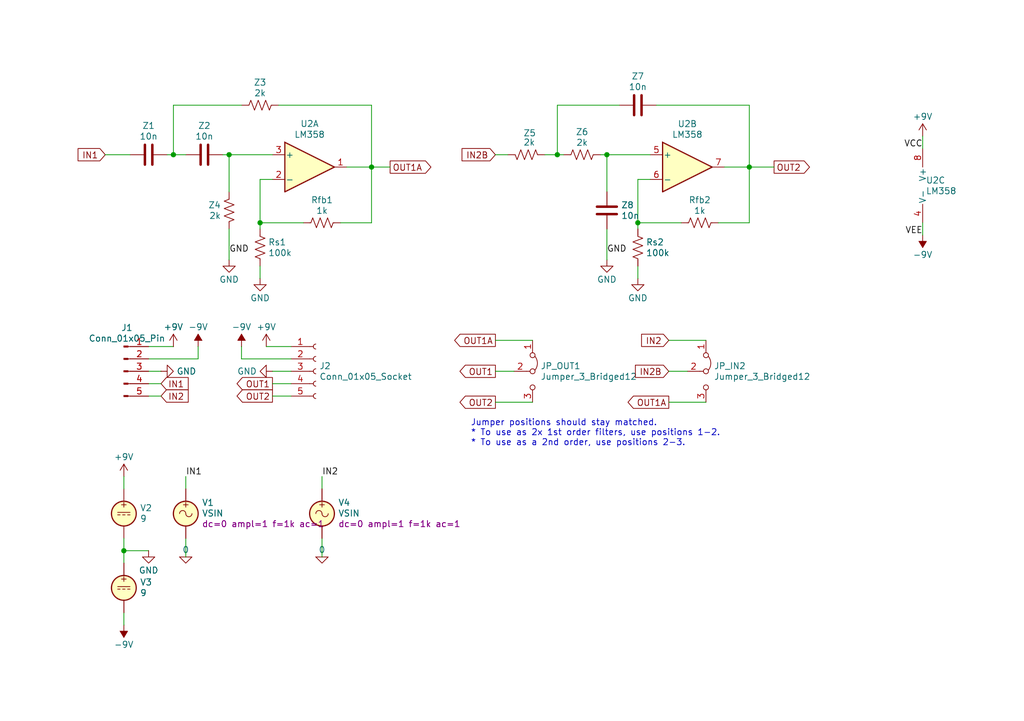
<source format=kicad_sch>
(kicad_sch (version 20231120) (generator "eeschema") (generator_version "8.0")
  (paper "A5")
  (title_block (title "Sallen-Key-Stage, v1.0") (date "2024-08-17") (rev "v1.0") (company "Jacob Miller"))
  (lib_symbols
    (symbol "Amplifier_Operational:LM358" (pin_names (offset 0.127))
      (property "Reference" "U" (at 0 5.08 0))
      (property "Value" "LM358" (at 0 -5.08 0))
      (symbol "LM358_1_1"
        (polyline (pts (xy -5.08 5.08) (xy 5.08 0) (xy -5.08 -5.08) (xy -5.08 5.08)) (stroke (width 0.254)) (fill (type background)))
        (pin output line (at 7.62 0 180) (length 2.54) (name "~") (number "1"))
        (pin input line (at -7.62 -2.54 0) (length 2.54) (name "-") (number "2"))
        (pin input line (at -7.62 2.54 0) (length 2.54) (name "+") (number "3"))
      )
      (symbol "LM358_2_1"
        (polyline (pts (xy -5.08 5.08) (xy 5.08 0) (xy -5.08 -5.08) (xy -5.08 5.08)) (stroke (width 0.254)) (fill (type background)))
        (pin input line (at -7.62 2.54 0) (length 2.54) (name "+") (number "5"))
        (pin input line (at -7.62 -2.54 0) (length 2.54) (name "-") (number "6"))
        (pin output line (at 7.62 0 180) (length 2.54) (name "~") (number "7"))
      )
      (symbol "LM358_3_1"
        (pin power_in line (at -2.54 -7.62 90) (length 3.81) (name "V-") (number "4"))
        (pin power_in line (at -2.54 7.62 270) (length 3.81) (name "V+") (number "8"))
      )
    )
    (symbol "Connector:Conn_01x05_Pin" (pin_names (offset 1.016) hide)
      (property "Reference" "J" (at 0 7.62 0))
      (property "Value" "Conn_01x05_Pin" (at 0 -7.62 0))
      (symbol "Conn_01x05_Pin_1_1"
        (polyline (pts (xy 1.27 -5.08) (xy 0.8636 -5.08)) (stroke (width 0.1524)))
        (polyline (pts (xy 1.27 -2.54) (xy 0.8636 -2.54)) (stroke (width 0.1524)))
        (polyline (pts (xy 1.27 0) (xy 0.8636 0)) (stroke (width 0.1524)))
        (polyline (pts (xy 1.27 2.54) (xy 0.8636 2.54)) (stroke (width 0.1524)))
        (polyline (pts (xy 1.27 5.08) (xy 0.8636 5.08)) (stroke (width 0.1524)))
        (rectangle (start 0.8636 -4.953) (end 0 -5.207) (stroke (width 0.1524)) (fill (type outline)))
        (rectangle (start 0.8636 -2.413) (end 0 -2.667) (stroke (width 0.1524)) (fill (type outline)))
        (rectangle (start 0.8636 0.127) (end 0 -0.127) (stroke (width 0.1524)) (fill (type outline)))
        (rectangle (start 0.8636 2.667) (end 0 2.413) (stroke (width 0.1524)) (fill (type outline)))
        (rectangle (start 0.8636 5.207) (end 0 4.953) (stroke (width 0.1524)) (fill (type outline)))
        (pin passive line (at 5.08 5.08 180) (length 3.81) (name "Pin_1") (number "1"))
        (pin passive line (at 5.08 2.54 180) (length 3.81) (name "Pin_2") (number "2"))
        (pin passive line (at 5.08 0 180) (length 3.81) (name "Pin_3") (number "3"))
        (pin passive line (at 5.08 -2.54 180) (length 3.81) (name "Pin_4") (number "4"))
        (pin passive line (at 5.08 -5.08 180) (length 3.81) (name "Pin_5") (number "5"))
      )
    )
    (symbol "Connector:Conn_01x05_Socket" (pin_names (offset 1.016) hide)
      (property "Reference" "J" (at 0 7.62 0))
      (property "Value" "Conn_01x05_Socket" (at 0 -7.62 0))
      (symbol "Conn_01x05_Socket_1_1"
        (arc (start 0 -4.572) (mid -0.5058 -5.08) (end 0 -5.588) (stroke (width 0.1524)))
        (arc (start 0 -2.032) (mid -0.5058 -2.54) (end 0 -3.048) (stroke (width 0.1524)))
        (polyline (pts (xy -1.27 -5.08) (xy -0.508 -5.08)) (stroke (width 0.1524)))
        (polyline (pts (xy -1.27 -2.54) (xy -0.508 -2.54)) (stroke (width 0.1524)))
        (polyline (pts (xy -1.27 0) (xy -0.508 0)) (stroke (width 0.1524)))
        (polyline (pts (xy -1.27 2.54) (xy -0.508 2.54)) (stroke (width 0.1524)))
        (polyline (pts (xy -1.27 5.08) (xy -0.508 5.08)) (stroke (width 0.1524)))
        (arc (start 0 0.508) (mid -0.5058 0) (end 0 -0.508) (stroke (width 0.1524)))
        (arc (start 0 3.048) (mid -0.5058 2.54) (end 0 2.032) (stroke (width 0.1524)))
        (arc (start 0 5.588) (mid -0.5058 5.08) (end 0 4.572) (stroke (width 0.1524)))
        (pin passive line (at -5.08 5.08 0) (length 3.81) (name "Pin_1") (number "1"))
        (pin passive line (at -5.08 2.54 0) (length 3.81) (name "Pin_2") (number "2"))
        (pin passive line (at -5.08 0 0) (length 3.81) (name "Pin_3") (number "3"))
        (pin passive line (at -5.08 -2.54 0) (length 3.81) (name "Pin_4") (number "4"))
        (pin passive line (at -5.08 -5.08 0) (length 3.81) (name "Pin_5") (number "5"))
      )
    )
    (symbol "Device:C" (pin_numbers hide) (pin_names (offset 0.254))
      (property "Reference" "C" (at 0.635 2.54 0))
      (property "Value" "C" (at 0.635 -2.54 0))
      (symbol "C_0_1"
        (polyline (pts (xy -2.032 -0.762) (xy 2.032 -0.762)) (stroke (width 0.508)))
        (polyline (pts (xy -2.032 0.762) (xy 2.032 0.762)) (stroke (width 0.508)))
      )
      (symbol "C_1_1"
        (pin passive line (at 0 3.81 270) (length 2.794) (name "~") (number "1"))
        (pin passive line (at 0 -3.81 90) (length 2.794) (name "~") (number "2"))
      )
    )
    (symbol "Device:R_US" (pin_numbers hide) (pin_names (offset 0))
      (property "Reference" "R" (at 2.54 0 90))
      (property "Value" "R_US" (at -2.54 0 90))
      (symbol "R_US_0_1"
        (polyline (pts (xy 0 -2.286) (xy 0 -2.54)))
        (polyline (pts (xy 0 2.286) (xy 0 2.54)))
        (polyline (pts (xy 0 -0.762) (xy 1.016 -1.143) (xy 0 -1.524) (xy -1.016 -1.905) (xy 0 -2.286)))
        (polyline (pts (xy 0 0.762) (xy 1.016 0.381) (xy 0 0) (xy -1.016 -0.381) (xy 0 -0.762)))
        (polyline (pts (xy 0 2.286) (xy 1.016 1.905) (xy 0 1.524) (xy -1.016 1.143) (xy 0 0.762)))
      )
      (symbol "R_US_1_1"
        (pin passive line (at 0 3.81 270) (length 1.27) (name "~") (number "1"))
        (pin passive line (at 0 -3.81 90) (length 1.27) (name "~") (number "2"))
      )
    )
    (symbol "Jumper:Jumper_3_Bridged12" (pin_names (offset 0) hide) (exclude_from_sim yes) (in_bom no)
      (property "Reference" "JP" (at -2.54 -2.54 0))
      (property "Value" "Jumper_3_Bridged12" (at 0 2.794 0))
      (symbol "Jumper_3_Bridged12_0_0"
        (circle (center -3.302 0) (radius 0.508))
        (circle (center 0 0) (radius 0.508))
        (circle (center 3.302 0) (radius 0.508))
      )
      (symbol "Jumper_3_Bridged12_0_1"
        (arc (start -0.254 0.508) (mid -1.651 0.9912) (end -3.048 0.508))
        (polyline (pts (xy 0 -1.27) (xy 0 -0.508)))
      )
      (symbol "Jumper_3_Bridged12_1_1"
        (pin passive line (at -6.35 0 0) (length 2.54) (name "A") (number "1"))
        (pin passive line (at 0 -3.81 90) (length 2.54) (name "C") (number "2"))
        (pin passive line (at 6.35 0 180) (length 2.54) (name "B") (number "3"))
      )
    )
    (symbol "Simulation_SPICE:0" (power) (pin_numbers hide) (pin_names (offset 0) hide)
      (property "Value" "0" (at 0 -2.54 0))
      (symbol "0_0_1"
        (polyline (pts (xy -1.27 0) (xy 0 -1.27) (xy 1.27 0) (xy -1.27 0)))
      )
      (symbol "0_1_1"
        (pin power_in line (at 0 0 0) (length 0) (name "~") (number "1"))
      )
    )
    (symbol "Simulation_SPICE:VDC" (pin_numbers hide) (pin_names (offset 0.0254))
      (property "Reference" "V" (at 2.54 2.54 0))
      (property "Value" "1" (at 2.54 0 0))
      (symbol "VDC_0_0"
        (polyline (pts (xy -1.27 0.254) (xy 1.27 0.254)))
        (polyline (pts (xy -0.762 -0.254) (xy -1.27 -0.254)))
        (polyline (pts (xy 0.254 -0.254) (xy -0.254 -0.254)))
        (polyline (pts (xy 1.27 -0.254) (xy 0.762 -0.254)))
        (text "+" (at 0 1.905 0) (effects (font (size 1.27 1.27))))
      )
      (symbol "VDC_0_1"
        (circle (center 0 0) (radius 2.54) (stroke (width 0.254)) (fill (type background)))
      )
      (symbol "VDC_1_1"
        (pin passive line (at 0 5.08 270) (length 2.54) (name "~") (number "1"))
        (pin passive line (at 0 -5.08 90) (length 2.54) (name "~") (number "2"))
      )
    )
    (symbol "Simulation_SPICE:VSIN" (pin_numbers hide) (pin_names (offset 0.0254))
      (property "Reference" "V" (at 2.54 2.54 0))
      (property "Value" "VSIN" (at 2.54 0 0))
      (property "Sim.Params" "dc=0 ampl=1 f=1k ac=1" (at 2.54 -2.54 0))
      (symbol "VSIN_0_0"
        (arc (start 0 0) (mid -0.635 0.6323) (end -1.27 0))
        (arc (start 0 0) (mid 0.635 -0.6323) (end 1.27 0))
        (text "+" (at 0 1.905 0) (effects (font (size 1.27 1.27))))
      )
      (symbol "VSIN_0_1"
        (circle (center 0 0) (radius 2.54) (stroke (width 0.254)) (fill (type background)))
      )
      (symbol "VSIN_1_1"
        (pin passive line (at 0 5.08 270) (length 2.54) (name "~") (number "1"))
        (pin passive line (at 0 -5.08 90) (length 2.54) (name "~") (number "2"))
      )
    )
    (symbol "power:+9V" (power) (pin_numbers hide) (pin_names (offset 0) hide)
      (property "Value" "+9V" (at 0 3.556 0))
      (symbol "+9V_0_1"
        (polyline (pts (xy -0.762 1.27) (xy 0 2.54)))
        (polyline (pts (xy 0 0) (xy 0 2.54)))
        (polyline (pts (xy 0 2.54) (xy 0.762 1.27)))
      )
      (symbol "+9V_1_1"
        (pin power_in line (at 0 0 90) (length 0) (name "~") (number "1"))
      )
    )
    (symbol "power:-9V" (power) (pin_numbers hide) (pin_names (offset 0) hide)
      (property "Value" "-9V" (at 0 3.556 0))
      (symbol "-9V_0_1"
        (polyline (pts (xy 0 0) (xy 0 2.54)))
        (polyline (pts (xy 0.762 1.27) (xy -0.762 1.27) (xy 0 2.54) (xy 0.762 1.27)) (fill (type outline)))
      )
      (symbol "-9V_1_1"
        (pin power_in line (at 0 0 90) (length 0) (name "~") (number "1"))
      )
    )
    (symbol "power:GND" (power) (pin_numbers hide) (pin_names (offset 0) hide)
      (property "Value" "GND" (at 0 -3.81 0))
      (symbol "GND_0_1"
        (polyline (pts (xy 0 0) (xy 0 -1.27) (xy 1.27 -1.27) (xy 0 -2.54) (xy -1.27 -1.27) (xy 0 -1.27)))
      )
      (symbol "GND_1_1"
        (pin power_in line (at 0 0 270) (length 0) (name "~") (number "1"))
      )
    )
  )
  (junction (at 114.3 31.75))
  (junction (at 153.67 34.29))
  (junction (at 76.2 34.29))
  (junction (at 53.34 45.72))
  (junction (at 130.81 45.72))
  (junction (at 35.56 31.75))
  (junction (at 25.4 113.03))
  (junction (at 124.46 31.75))
  (junction (at 46.99 31.75))
  (wire (pts (xy 35.56 21.59) (xy 35.56 31.75)))
  (wire (pts (xy 101.6 69.85) (xy 109.22 69.85)))
  (wire (pts (xy 45.72 31.75) (xy 46.99 31.75)))
  (wire (pts (xy 130.81 36.83) (xy 133.35 36.83)))
  (wire (pts (xy 153.67 21.59) (xy 153.67 34.29)))
  (wire (pts (xy 55.88 81.28) (xy 59.69 81.28)))
  (wire (pts (xy 153.67 34.29) (xy 153.67 45.72)))
  (wire (pts (xy 148.59 34.29) (xy 153.67 34.29)))
  (wire (pts (xy 53.34 57.15) (xy 53.34 54.61)))
  (wire (pts (xy 76.2 34.29) (xy 76.2 21.59)))
  (wire (pts (xy 25.4 110.49) (xy 25.4 113.03)))
  (wire (pts (xy 38.1 110.49) (xy 38.1 114.3)))
  (wire (pts (xy 189.23 27.94) (xy 189.23 30.48)))
  (wire (pts (xy 101.6 76.2) (xy 105.41 76.2)))
  (wire (pts (xy 21.59 31.75) (xy 26.67 31.75)))
  (wire (pts (xy 76.2 34.29) (xy 80.01 34.29)))
  (wire (pts (xy 137.16 82.55) (xy 144.78 82.55)))
  (wire (pts (xy 25.4 113.03) (xy 30.48 113.03)))
  (wire (pts (xy 25.4 128.27) (xy 25.4 125.73)))
  (wire (pts (xy 57.15 21.59) (xy 76.2 21.59)))
  (wire (pts (xy 130.81 45.72) (xy 139.7 45.72)))
  (wire (pts (xy 30.48 73.66) (xy 40.64 73.66)))
  (wire (pts (xy 130.81 57.15) (xy 130.81 54.61)))
  (wire (pts (xy 49.53 73.66) (xy 59.69 73.66)))
  (wire (pts (xy 46.99 39.37) (xy 46.99 31.75)))
  (wire (pts (xy 76.2 34.29) (xy 76.2 45.72)))
  (wire (pts (xy 114.3 21.59) (xy 114.3 31.75)))
  (wire (pts (xy 189.23 48.26) (xy 189.23 45.72)))
  (wire (pts (xy 46.99 31.75) (xy 55.88 31.75)))
  (wire (pts (xy 40.64 73.66) (xy 40.64 71.12)))
  (wire (pts (xy 127 21.59) (xy 114.3 21.59)))
  (wire (pts (xy 25.4 113.03) (xy 25.4 115.57)))
  (wire (pts (xy 34.29 31.75) (xy 35.56 31.75)))
  (wire (pts (xy 33.02 76.2) (xy 30.48 76.2)))
  (wire (pts (xy 55.88 76.2) (xy 59.69 76.2)))
  (wire (pts (xy 49.53 71.12) (xy 49.53 73.66)))
  (wire (pts (xy 30.48 71.12) (xy 35.56 71.12)))
  (wire (pts (xy 53.34 45.72) (xy 62.23 45.72)))
  (wire (pts (xy 124.46 31.75) (xy 133.35 31.75)))
  (wire (pts (xy 130.81 36.83) (xy 130.81 45.72)))
  (wire (pts (xy 54.61 71.12) (xy 59.69 71.12)))
  (wire (pts (xy 101.6 31.75) (xy 104.14 31.75)))
  (wire (pts (xy 124.46 39.37) (xy 124.46 31.75)))
  (wire (pts (xy 124.46 46.99) (xy 124.46 53.34)))
  (wire (pts (xy 35.56 31.75) (xy 38.1 31.75)))
  (wire (pts (xy 114.3 31.75) (xy 115.57 31.75)))
  (wire (pts (xy 38.1 97.79) (xy 38.1 100.33)))
  (wire (pts (xy 137.16 76.2) (xy 140.97 76.2)))
  (wire (pts (xy 137.16 69.85) (xy 144.78 69.85)))
  (wire (pts (xy 33.02 78.74) (xy 30.48 78.74)))
  (wire (pts (xy 71.12 34.29) (xy 76.2 34.29)))
  (wire (pts (xy 53.34 45.72) (xy 53.34 36.83)))
  (wire (pts (xy 123.19 31.75) (xy 124.46 31.75)))
  (wire (pts (xy 147.32 45.72) (xy 153.67 45.72)))
  (wire (pts (xy 53.34 45.72) (xy 53.34 46.99)))
  (wire (pts (xy 111.76 31.75) (xy 114.3 31.75)))
  (wire (pts (xy 101.6 82.55) (xy 109.22 82.55)))
  (wire (pts (xy 46.99 46.99) (xy 46.99 53.34)))
  (wire (pts (xy 53.34 36.83) (xy 55.88 36.83)))
  (wire (pts (xy 66.04 110.49) (xy 66.04 114.3)))
  (wire (pts (xy 130.81 45.72) (xy 130.81 46.99)))
  (wire (pts (xy 55.88 78.74) (xy 59.69 78.74)))
  (wire (pts (xy 25.4 97.79) (xy 25.4 100.33)))
  (wire (pts (xy 134.62 21.59) (xy 153.67 21.59)))
  (wire (pts (xy 33.02 81.28) (xy 30.48 81.28)))
  (wire (pts (xy 49.53 21.59) (xy 35.56 21.59)))
  (wire (pts (xy 158.75 34.29) (xy 153.67 34.29)))
  (wire (pts (xy 66.04 97.79) (xy 66.04 100.33)))
  (wire (pts (xy 69.85 45.72) (xy 76.2 45.72)))
  (text "Jumper positions should stay matched.\n* To use as 2x 1st order filters, use positions 1-2.\n* To use as a 2nd order, use positions 2-3." (at 96.52 88.9 0) (effects (font (size 1.27 1.27)) (justify left)))
  (label "GND" (at 46.99 52.07 0))
  (label "IN1" (at 38.1 97.79 0))
  (label "VCC" (at 189.23 30.48 180))
  (label "GND" (at 124.46 52.07 0))
  (label "VEE" (at 189.23 48.26 180))
  (label "IN2" (at 66.04 97.79 0))
  (global_label "IN2" (shape input) (at 33.02 81.28 0) (property "Intersheetrefs" "${INTERSHEET_REFS}" (effects (hide yes))))
  (global_label "IN2B" (shape input) (at 137.16 76.2 180) (property "Intersheetrefs" "${INTERSHEET_REFS}" (effects (hide yes))))
  (global_label "IN1" (shape input) (at 33.02 78.74 0) (property "Intersheetrefs" "${INTERSHEET_REFS}" (effects (hide yes))))
  (global_label "OUT1" (shape output) (at 101.6 76.2 180) (property "Intersheetrefs" "${INTERSHEET_REFS}" (effects (hide yes))))
  (global_label "OUT1A" (shape output) (at 80.01 34.29 0) (property "Intersheetrefs" "${INTERSHEET_REFS}" (effects (hide yes))))
  (global_label "OUT2" (shape output) (at 55.88 81.28 180) (property "Intersheetrefs" "${INTERSHEET_REFS}" (effects (hide yes))))
  (global_label "OUT1A" (shape output) (at 137.16 82.55 180) (property "Intersheetrefs" "${INTERSHEET_REFS}" (effects (hide yes))))
  (global_label "OUT1A" (shape output) (at 101.6 69.85 180) (property "Intersheetrefs" "${INTERSHEET_REFS}" (effects (hide yes))))
  (global_label "IN2B" (shape input) (at 101.6 31.75 180) (property "Intersheetrefs" "${INTERSHEET_REFS}" (effects (hide yes))))
  (global_label "OUT2" (shape output) (at 158.75 34.29 0) (property "Intersheetrefs" "${INTERSHEET_REFS}" (effects (hide yes))))
  (global_label "IN2" (shape input) (at 137.16 69.85 180) (property "Intersheetrefs" "${INTERSHEET_REFS}" (effects (hide yes))))
  (global_label "OUT2" (shape output) (at 101.6 82.55 180) (property "Intersheetrefs" "${INTERSHEET_REFS}" (effects (hide yes))))
  (global_label "IN1" (shape input) (at 21.59 31.75 180) (property "Intersheetrefs" "${INTERSHEET_REFS}" (effects (hide yes))))
  (global_label "OUT1" (shape output) (at 55.88 78.74 180) (property "Intersheetrefs" "${INTERSHEET_REFS}" (effects (hide yes))))
  (symbol (lib_id "Device:R_US") (at 119.38 31.75 90) (unit 1)
    (property "Reference" "Z6" (at 119.38 27.0717 90))
    (property "Value" "2k" (at 119.38 29.2592 90))
    (property "Footprint" "Resistor_THT:R_Axial_DIN0207_L6.3mm_D2.5mm_P5.08mm_Vertical" (effects (hide yes)))
    (property "Description" "Resistor, US symbol" (effects (hide yes)))
    (property "Sim.Device" "R" (effects (hide yes)))
    (property "Sim.Pins" "1=+ 2=-" (effects (hide yes)))
  )
  (symbol (lib_id "power:GND") (at 124.46 53.34 0) (unit 1)
    (property "Reference" "#PWR05" (effects (hide yes)))
    (property "Value" "GND" (at 124.46 57.3547 0))
    (property "Description" "Power symbol creates a global label with name \"GND\" , ground" (effects (hide yes)))
  )
  (symbol (lib_id "power:-9V") (at 40.64 71.12 0) (unit 1)
    (property "Reference" "#PWR012" (effects (hide yes)))
    (property "Value" "-9V" (at 40.64 67.1053 0))
    (property "Description" "Power symbol creates a global label with name \"-9V\"" (effects (hide yes)))
  )
  (symbol (lib_id "Device:C") (at 41.91 31.75 90) (unit 1)
    (property "Reference" "Z2" (at 41.91 25.8017 90))
    (property "Value" "10n" (at 41.91 27.9892 90))
    (property "Footprint" "Capacitor_THT:C_Rect_L7.2mm_W4.5mm_P5.00mm_FKS2_FKP2_MKS2_MKP2" (effects (hide yes)))
    (property "Description" "Unpolarized capacitor" (effects (hide yes)))
  )
  (symbol (lib_id "Amplifier_Operational:LM358") (at 140.97 34.29 0) (unit 2) (exclude_from_sim yes)
    (property "Reference" "U2" (at 140.97 25.4207 0))
    (property "Value" "LM358" (at 140.97 27.6082 0))
    (property "Footprint" "Package_DIP:DIP-8_W7.62mm_Socket" (effects (hide yes)))
    (property "Datasheet" "http://www.ti.com/lit/ds/symlink/lm2904-n.pdf" (effects (hide yes)))
    (property "Description" "Low-Power, Dual Operational Amplifiers, DIP-8/SOIC-8/TO-99-8" (effects (hide yes)))
    (property "Sim.Library" "PSpice\\lmx58_lm2904.lib" (effects (hide yes)))
    (property "Sim.Name" "LMX58_LM2904" (effects (hide yes)))
    (property "Sim.Device" "SUBCKT" (effects (hide yes)))
    (property "Sim.Pins" "4=VEE 5=IN+ 6=IN- 7=OUT 8=VCC" (effects (hide yes)))
  )
  (symbol (lib_id "Simulation_SPICE:VDC") (at 25.4 120.65 0) (unit 1) (in_bom no) (on_board no)
    (property "Reference" "V3" (at 28.702 119.4856 0) (effects (justify left)))
    (property "Value" "9" (at 28.702 121.6731 0) (effects (justify left)))
    (property "Datasheet" "https://ngspice.sourceforge.io/docs/ngspice-html-manual/manual.xhtml#sec_Independent_Sources_for" (effects (hide yes)))
    (property "Description" "Voltage source, DC" (effects (hide yes)))
    (property "Sim.Pins" "1=+ 2=-" (effects (hide yes)))
    (property "Sim.Type" "DC" (effects (hide yes)))
    (property "Sim.Device" "V" (effects (hide yes)))
  )
  (symbol (lib_id "Amplifier_Operational:LM358") (at 191.77 38.1 0) (unit 3) (exclude_from_sim yes)
    (property "Reference" "U2" (at 189.865 37.0062 0) (effects (justify left)))
    (property "Value" "LM358" (at 189.865 39.1937 0) (effects (justify left)))
    (property "Footprint" "Package_DIP:DIP-8_W7.62mm_Socket" (effects (hide yes)))
    (property "Datasheet" "http://www.ti.com/lit/ds/symlink/lm2904-n.pdf" (effects (hide yes)))
    (property "Description" "Low-Power, Dual Operational Amplifiers, DIP-8/SOIC-8/TO-99-8" (effects (hide yes)))
    (property "Sim.Library" "PSpice\\lmx58_lm2904.lib" (effects (hide yes)))
    (property "Sim.Name" "LMX58_LM2904" (effects (hide yes)))
    (property "Sim.Device" "SUBCKT" (effects (hide yes)))
    (property "Sim.Pins" "4=VEE 5=IN+ 6=IN- 7=OUT 8=VCC" (effects (hide yes)))
  )
  (symbol (lib_id "power:-9V") (at 25.4 128.27 180) (unit 1)
    (property "Reference" "#PWR08" (effects (hide yes)))
    (property "Value" "-9V" (at 25.4 132.2847 0))
    (property "Description" "Power symbol creates a global label with name \"-9V\"" (effects (hide yes)))
  )
  (symbol (lib_id "power:-9V") (at 49.53 71.12 0) (unit 1)
    (property "Reference" "#PWR013" (effects (hide yes)))
    (property "Value" "-9V" (at 49.53 67.1053 0))
    (property "Description" "Power symbol creates a global label with name \"-9V\"" (effects (hide yes)))
  )
  (symbol (lib_id "Device:R_US") (at 130.81 50.8 180) (unit 1)
    (property "Reference" "Rs2" (at 132.461 49.7062 0) (effects (justify right)))
    (property "Value" "100k" (at 132.461 51.8937 0) (effects (justify right)))
    (property "Footprint" "Resistor_THT:R_Axial_DIN0207_L6.3mm_D2.5mm_P5.08mm_Vertical" (effects (hide yes)))
    (property "Description" "Resistor, US symbol" (effects (hide yes)))
  )
  (symbol (lib_id "power:GND") (at 30.48 113.03 0) (unit 1)
    (property "Reference" "#PWR07" (effects (hide yes)))
    (property "Value" "GND" (at 30.48 117.0447 0))
    (property "Description" "Power symbol creates a global label with name \"GND\" , ground" (effects (hide yes)))
  )
  (symbol (lib_id "power:GND") (at 53.34 57.15 0) (unit 1)
    (property "Reference" "#PWR02" (effects (hide yes)))
    (property "Value" "GND" (at 53.34 61.1647 0))
    (property "Description" "Power symbol creates a global label with name \"GND\" , ground" (effects (hide yes)))
  )
  (symbol (lib_id "Jumper:Jumper_3_Bridged12") (at 109.22 76.2 270) (unit 1) (exclude_from_sim yes) (in_bom no)
    (property "Reference" "JP_OUT1" (at 110.8462 75.1062 90) (effects (justify left)))
    (property "Value" "Jumper_3_Bridged12" (at 110.8462 77.2937 90) (effects (justify left)))
    (property "Footprint" "Connector_PinHeader_2.54mm:PinHeader_1x03_P2.54mm_Vertical" (effects (hide yes)))
    (property "Description" "Jumper, 3-pole, pins 1+2 closed/bridged" (effects (hide yes)))
  )
  (symbol (lib_id "Simulation_SPICE:0") (at 66.04 114.3 0) (unit 1)
    (property "Reference" "#GND01" (effects (hide yes)))
    (property "Value" "0" (at 66.04 112.8253 0))
    (property "Datasheet" "https://ngspice.sourceforge.io/docs/ngspice-html-manual/manual.xhtml#subsec_Circuit_elements__device" (effects (hide yes)))
    (property "Description" "0V reference potential for simulation" (effects (hide yes)))
  )
  (symbol (lib_id "Device:R_US") (at 143.51 45.72 90) (unit 1)
    (property "Reference" "Rfb2" (at 143.51 41.0417 90))
    (property "Value" "1k" (at 143.51 43.2292 90))
    (property "Footprint" "Resistor_THT:R_Axial_DIN0207_L6.3mm_D2.5mm_P5.08mm_Vertical" (effects (hide yes)))
    (property "Description" "Resistor, US symbol" (effects (hide yes)))
  )
  (symbol (lib_id "Simulation_SPICE:VSIN") (at 66.04 105.41 0) (unit 1) (in_bom no) (on_board no)
    (property "Reference" "V4" (at 69.342 103.1519 0) (effects (justify left)))
    (property "Value" "VSIN" (at 69.342 105.3394 0) (effects (justify left)))
    (property "Datasheet" "https://ngspice.sourceforge.io/docs/ngspice-html-manual/manual.xhtml#sec_Independent_Sources_for" (effects (hide yes)))
    (property "Description" "Voltage source, sinusoidal" (effects (hide yes)))
    (property "Sim.Pins" "1=+ 2=-" (effects (hide yes)))
    (property "Sim.Params" "dc=0 ampl=1 f=1k ac=1" (at 69.342 107.5269 0) (effects (justify left)))
    (property "Sim.Type" "SIN" (effects (hide yes)))
    (property "Sim.Device" "V" (effects (hide yes)))
  )
  (symbol (lib_id "Device:R_US") (at 53.34 50.8 180) (unit 1)
    (property "Reference" "Rs1" (at 54.991 49.7062 0) (effects (justify right)))
    (property "Value" "100k" (at 54.991 51.8937 0) (effects (justify right)))
    (property "Footprint" "Resistor_THT:R_Axial_DIN0207_L6.3mm_D2.5mm_P5.08mm_Vertical" (effects (hide yes)))
    (property "Description" "Resistor, US symbol" (effects (hide yes)))
  )
  (symbol (lib_id "power:+9V") (at 25.4 97.79 0) (unit 1)
    (property "Reference" "#PWR09" (effects (hide yes)))
    (property "Value" "+9V" (at 25.4 93.7753 0))
    (property "Description" "Power symbol creates a global label with name \"+9V\"" (effects (hide yes)))
  )
  (symbol (lib_id "power:+9V") (at 35.56 71.12 0) (unit 1)
    (property "Reference" "#PWR010" (effects (hide yes)))
    (property "Value" "+9V" (at 35.56 67.1053 0))
    (property "Description" "Power symbol creates a global label with name \"+9V\"" (effects (hide yes)))
  )
  (symbol (lib_id "power:-9V") (at 189.23 48.26 180) (unit 1)
    (property "Reference" "#PWR04" (effects (hide yes)))
    (property "Value" "-9V" (at 189.23 52.2747 0))
    (property "Description" "Power symbol creates a global label with name \"-9V\"" (effects (hide yes)))
  )
  (symbol (lib_id "Jumper:Jumper_3_Bridged12") (at 144.78 76.2 270) (unit 1) (exclude_from_sim yes) (in_bom no)
    (property "Reference" "JP_IN2" (at 146.4062 75.1062 90) (effects (justify left)))
    (property "Value" "Jumper_3_Bridged12" (at 146.4062 77.2937 90) (effects (justify left)))
    (property "Footprint" "Connector_PinHeader_2.54mm:PinHeader_1x03_P2.54mm_Vertical" (effects (hide yes)))
    (property "Description" "Jumper, 3-pole, pins 1+2 closed/bridged" (effects (hide yes)))
  )
  (symbol (lib_id "Device:C") (at 124.46 43.18 180) (unit 1)
    (property "Reference" "Z8" (at 127.381 42.0862 0) (effects (justify right)))
    (property "Value" "10n" (at 127.381 44.2737 0) (effects (justify right)))
    (property "Footprint" "Capacitor_THT:C_Rect_L7.2mm_W4.5mm_P5.00mm_FKS2_FKP2_MKS2_MKP2" (effects (hide yes)))
    (property "Description" "Unpolarized capacitor" (effects (hide yes)))
  )
  (symbol (lib_id "Device:R_US") (at 46.99 43.18 0) (mirror y) (unit 1)
    (property "Reference" "Z4" (at 45.339 42.0862 0) (effects (justify left)))
    (property "Value" "2k" (at 45.339 44.2737 0) (effects (justify left)))
    (property "Footprint" "Resistor_THT:R_Axial_DIN0207_L6.3mm_D2.5mm_P5.08mm_Vertical" (effects (hide yes)))
    (property "Description" "Resistor, US symbol" (effects (hide yes)))
    (property "Sim.Device" "R" (effects (hide yes)))
    (property "Sim.Pins" "1=+ 2=-" (effects (hide yes)))
  )
  (symbol (lib_id "power:GND") (at 55.88 76.2 270) (unit 1)
    (property "Reference" "#PWR015" (effects (hide yes)))
    (property "Value" "GND" (at 52.705 76.2 90) (effects (justify right)))
    (property "Description" "Power symbol creates a global label with name \"GND\" , ground" (effects (hide yes)))
  )
  (symbol (lib_id "power:+9V") (at 54.61 71.12 0) (unit 1)
    (property "Reference" "#PWR011" (effects (hide yes)))
    (property "Value" "+9V" (at 54.61 67.1053 0))
    (property "Description" "Power symbol creates a global label with name \"+9V\"" (effects (hide yes)))
  )
  (symbol (lib_id "Simulation_SPICE:VSIN") (at 38.1 105.41 0) (unit 1) (in_bom no) (on_board no)
    (property "Reference" "V1" (at 41.402 103.1519 0) (effects (justify left)))
    (property "Value" "VSIN" (at 41.402 105.3394 0) (effects (justify left)))
    (property "Datasheet" "https://ngspice.sourceforge.io/docs/ngspice-html-manual/manual.xhtml#sec_Independent_Sources_for" (effects (hide yes)))
    (property "Description" "Voltage source, sinusoidal" (effects (hide yes)))
    (property "Sim.Pins" "1=+ 2=-" (effects (hide yes)))
    (property "Sim.Params" "dc=0 ampl=1 f=1k ac=1" (at 41.402 107.5269 0) (effects (justify left)))
    (property "Sim.Type" "SIN" (effects (hide yes)))
    (property "Sim.Device" "V" (effects (hide yes)))
  )
  (symbol (lib_id "Device:R_US") (at 53.34 21.59 90) (unit 1)
    (property "Reference" "Z3" (at 53.34 16.9117 90))
    (property "Value" "2k" (at 53.34 19.0992 90))
    (property "Footprint" "Resistor_THT:R_Axial_DIN0207_L6.3mm_D2.5mm_P5.08mm_Vertical" (effects (hide yes)))
    (property "Description" "Resistor, US symbol" (effects (hide yes)))
    (property "Sim.Device" "R" (effects (hide yes)))
    (property "Sim.Pins" "1=+ 2=-" (effects (hide yes)))
  )
  (symbol (lib_id "Device:C") (at 30.48 31.75 90) (unit 1)
    (property "Reference" "Z1" (at 30.48 25.8017 90))
    (property "Value" "10n" (at 30.48 27.9892 90))
    (property "Footprint" "Capacitor_THT:C_Rect_L7.2mm_W4.5mm_P5.00mm_FKS2_FKP2_MKS2_MKP2" (effects (hide yes)))
    (property "Description" "Unpolarized capacitor" (effects (hide yes)))
    (property "Sim.Device" "C" (effects (hide yes)))
    (property "Sim.Pins" "1=+ 2=-" (effects (hide yes)))
  )
  (symbol (lib_id "Amplifier_Operational:LM358") (at 63.5 34.29 0) (unit 1) (exclude_from_sim yes)
    (property "Reference" "U2" (at 63.5 25.4 0))
    (property "Value" "LM358" (at 63.5 27.6082 0))
    (property "Footprint" "Package_DIP:DIP-8_W7.62mm_Socket" (effects (hide yes)))
    (property "Datasheet" "http://www.ti.com/lit/ds/symlink/lm2904-n.pdf" (effects (hide yes)))
    (property "Description" "Low-Power, Dual Operational Amplifiers, DIP-8/SOIC-8/TO-99-8" (effects (hide yes)))
    (property "Sim.Library" "PSpice\\lmx58_lm2904.lib" (effects (hide yes)))
    (property "Sim.Name" "LMX58_LM2904" (effects (hide yes)))
    (property "Sim.Device" "SUBCKT" (effects (hide yes)))
    (property "Sim.Pins" "4=VEE 5=IN+ 6=IN- 7=OUT 8=VCC" (effects (hide yes)))
  )
  (symbol (lib_id "Device:R_US") (at 66.04 45.72 90) (unit 1)
    (property "Reference" "Rfb1" (at 66.04 41.0417 90))
    (property "Value" "1k" (at 66.04 43.2292 90))
    (property "Footprint" "Resistor_THT:R_Axial_DIN0207_L6.3mm_D2.5mm_P5.08mm_Vertical" (effects (hide yes)))
    (property "Description" "Resistor, US symbol" (effects (hide yes)))
  )
  (symbol (lib_id "Device:R_US") (at 107.95 31.75 270) (mirror x) (unit 1)
    (property "Reference" "Z5" (at 107.315 27.305 90) (effects (justify left)))
    (property "Value" "2k" (at 107.315 29.21 90) (effects (justify left)))
    (property "Footprint" "Resistor_THT:R_Axial_DIN0207_L6.3mm_D2.5mm_P5.08mm_Vertical" (effects (hide yes)))
    (property "Description" "Resistor, US symbol" (effects (hide yes)))
    (property "Sim.Device" "R" (effects (hide yes)))
    (property "Sim.Pins" "1=+ 2=-" (effects (hide yes)))
  )
  (symbol (lib_id "Simulation_SPICE:0") (at 38.1 114.3 0) (unit 1)
    (property "Reference" "#GND02" (effects (hide yes)))
    (property "Value" "0" (at 38.1 112.8253 0))
    (property "Datasheet" "https://ngspice.sourceforge.io/docs/ngspice-html-manual/manual.xhtml#subsec_Circuit_elements__device" (effects (hide yes)))
    (property "Description" "0V reference potential for simulation" (effects (hide yes)))
  )
  (symbol (lib_id "power:GND") (at 130.81 57.15 0) (unit 1)
    (property "Reference" "#PWR06" (effects (hide yes)))
    (property "Value" "GND" (at 130.81 61.1647 0))
    (property "Description" "Power symbol creates a global label with name \"GND\" , ground" (effects (hide yes)))
  )
  (symbol (lib_id "Device:C") (at 130.81 21.59 270) (unit 1)
    (property "Reference" "Z7" (at 130.81 15.6417 90))
    (property "Value" "10n" (at 130.81 17.8292 90))
    (property "Footprint" "Capacitor_THT:C_Rect_L7.2mm_W4.5mm_P5.00mm_FKS2_FKP2_MKS2_MKP2" (effects (hide yes)))
    (property "Description" "Unpolarized capacitor" (effects (hide yes)))
    (property "Sim.Device" "C" (effects (hide yes)))
    (property "Sim.Pins" "1=+ 2=-" (effects (hide yes)))
  )
  (symbol (lib_id "power:+9V") (at 189.23 27.94 0) (unit 1)
    (property "Reference" "#PWR03" (effects (hide yes)))
    (property "Value" "+9V" (at 189.23 23.9253 0))
    (property "Description" "Power symbol creates a global label with name \"+9V\"" (effects (hide yes)))
  )
  (symbol (lib_id "Connector:Conn_01x05_Socket") (at 64.77 76.2 0) (unit 1)
    (property "Reference" "J2" (at 65.4812 75.1062 0) (effects (justify left)))
    (property "Value" "Conn_01x05_Socket" (at 65.4812 77.2937 0) (effects (justify left)))
    (property "Footprint" "Connector_PinSocket_2.54mm:PinSocket_1x05_P2.54mm_Horizontal" (effects (hide yes)))
    (property "Description" "Generic connector, single row, 01x05, script generated" (effects (hide yes)))
  )
  (symbol (lib_id "Simulation_SPICE:VDC") (at 25.4 105.41 0) (unit 1) (in_bom no) (on_board no)
    (property "Reference" "V2" (at 28.702 104.2456 0) (effects (justify left)))
    (property "Value" "9" (at 28.702 106.4331 0) (effects (justify left)))
    (property "Datasheet" "https://ngspice.sourceforge.io/docs/ngspice-html-manual/manual.xhtml#sec_Independent_Sources_for" (effects (hide yes)))
    (property "Description" "Voltage source, DC" (effects (hide yes)))
    (property "Sim.Pins" "1=+ 2=-" (effects (hide yes)))
    (property "Sim.Type" "DC" (effects (hide yes)))
    (property "Sim.Device" "V" (effects (hide yes)))
  )
  (symbol (lib_id "power:GND") (at 33.02 76.2 90) (unit 1)
    (property "Reference" "#PWR014" (effects (hide yes)))
    (property "Value" "GND" (at 36.195 76.2 90) (effects (justify right)))
    (property "Description" "Power symbol creates a global label with name \"GND\" , ground" (effects (hide yes)))
  )
  (symbol (lib_id "Connector:Conn_01x05_Pin") (at 25.4 76.2 0) (unit 1)
    (property "Reference" "J1" (at 26.035 67.2545 0))
    (property "Value" "Conn_01x05_Pin" (at 26.035 69.442 0))
    (property "Footprint" "Connector_PinHeader_2.54mm:PinHeader_1x05_P2.54mm_Horizontal" (effects (hide yes)))
    (property "Description" "Generic connector, single row, 01x05, script generated" (effects (hide yes)))
  )
  (symbol (lib_id "power:GND") (at 46.99 53.34 0) (unit 1)
    (property "Reference" "#PWR01" (effects (hide yes)))
    (property "Value" "GND" (at 46.99 57.3547 0))
    (property "Description" "Power symbol creates a global label with name \"GND\" , ground" (effects (hide yes)))
  )
)
</source>
